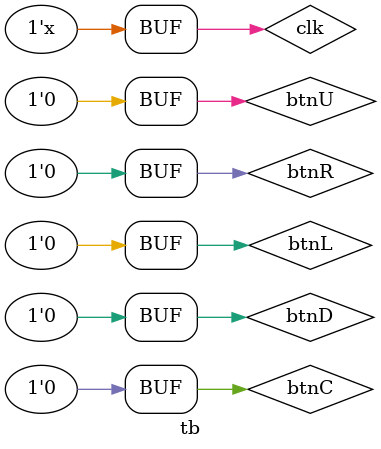
<source format=v>
`timescale 1ns / 1ps


module tb(

    );
    reg clk = 0;
    always #5 clk = ~clk;
    
    reg btnU = 0;
    reg btnL = 0;
    reg btnR = 0;
    reg btnD = 0;
    reg btnC = 0;
    
    wire led;
    
    initial begin
        #100000
        btnL = 1;
        #100000
        btnL = 0;
        #100000
        btnL = 1;
        #100000
        btnL = 0;
        #100000
        btnL = 1;
        #100000
        btnL = 0;
        
        #10000;
    
    end
    
    cpu_unit cpu_unit_ (
        .btnU (btnU),
        .btnD (btnD),
        .btnL (btnL),
        .btnR (btnR),
        .btnC (btnC),
        
        .led(led),
        .clk (clk)
    );
    
    
endmodule

</source>
